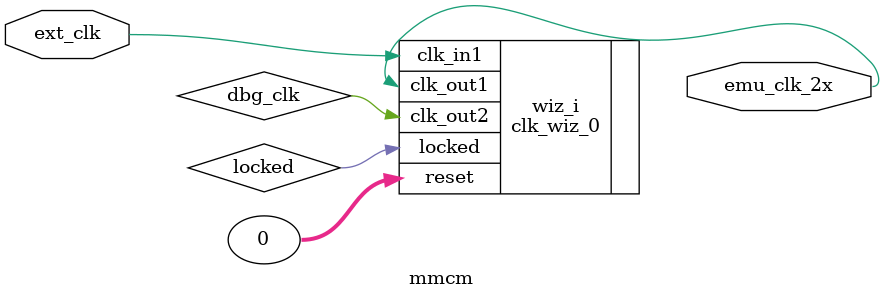
<source format=sv>
module mmcm (
    input wire logic ext_clk,
    output var logic emu_clk_2x
);

    logic locked;
    logic dbg_clk;
    clk_wiz_0 wiz_i (
        .clk_out1(emu_clk_2x),
        .clk_out2(dbg_clk),
        .reset(0),
        .locked(locked),
        .clk_in1(ext_clk)
    );

endmodule


</source>
